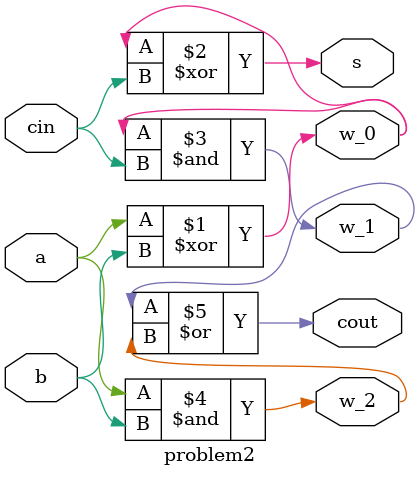
<source format=v>

module problem2(a, b, cin, w_0, w_1, w_2, s, cout);

input a, b, cin;
output w_0, w_1, w_2, s, cout;

assign w_0 = a ^ b;
assign s = w_0 ^ cin;
assign w_1 = w_0 & cin;
assign w_2 = a & b;
assign cout = w_1 | w_2;

endmodule

</source>
